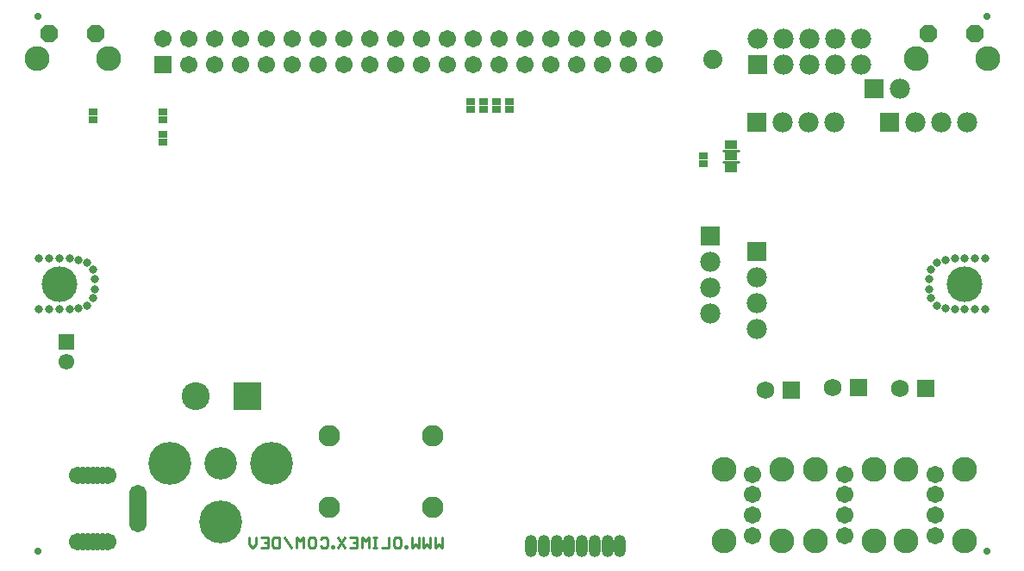
<source format=gbr>
G75*
G70*
%OFA0B0*%
%FSLAX24Y24*%
%IPPOS*%
%LPD*%
%AMOC8*
5,1,8,0,0,1.08239X$1,22.5*
%
%ADD10C,0.0100*%
%ADD11C,0.0671*%
%ADD12C,0.0740*%
%ADD13R,0.0780X0.0780*%
%ADD14C,0.0780*%
%ADD15R,0.0380X0.0280*%
%ADD16R,0.0611X0.0611*%
%ADD17C,0.0611*%
%ADD18C,0.1661*%
%ADD19C,0.1261*%
%ADD20R,0.0671X0.0671*%
%ADD21C,0.1080*%
%ADD22R,0.1080X0.1080*%
%ADD23C,0.0828*%
%ADD24OC8,0.0680*%
%ADD25C,0.0965*%
%ADD26O,0.0470X0.0860*%
%ADD27C,0.1379*%
%ADD28C,0.0316*%
%ADD29C,0.0277*%
%ADD30R,0.0680X0.0680*%
%ADD31C,0.0680*%
%ADD32C,0.0966*%
%ADD33R,0.0480X0.0380*%
D10*
X011183Y004836D02*
X011317Y004702D01*
X011450Y004836D01*
X011450Y005103D01*
X011644Y005103D02*
X011911Y005103D01*
X011911Y004702D01*
X011644Y004702D01*
X011777Y004903D02*
X011911Y004903D01*
X012104Y004769D02*
X012104Y005036D01*
X012171Y005103D01*
X012371Y005103D01*
X012371Y004702D01*
X012171Y004702D01*
X012104Y004769D01*
X012564Y005103D02*
X012831Y004702D01*
X013025Y004702D02*
X013025Y005103D01*
X013158Y004969D01*
X013292Y005103D01*
X013292Y004702D01*
X013485Y004769D02*
X013552Y004702D01*
X013685Y004702D01*
X013752Y004769D01*
X013752Y005036D01*
X013685Y005103D01*
X013552Y005103D01*
X013485Y005036D01*
X013485Y004769D01*
X013945Y004769D02*
X014012Y004702D01*
X014146Y004702D01*
X014212Y004769D01*
X014212Y005036D01*
X014146Y005103D01*
X014012Y005103D01*
X013945Y005036D01*
X014376Y004769D02*
X014376Y004702D01*
X014442Y004702D01*
X014442Y004769D01*
X014376Y004769D01*
X014636Y004702D02*
X014903Y005103D01*
X015096Y005103D02*
X015363Y005103D01*
X015363Y004702D01*
X015096Y004702D01*
X014903Y004702D02*
X014636Y005103D01*
X015230Y004903D02*
X015363Y004903D01*
X015557Y005103D02*
X015690Y004969D01*
X015824Y005103D01*
X015824Y004702D01*
X015997Y004702D02*
X016130Y004702D01*
X016064Y004702D02*
X016064Y005103D01*
X016130Y005103D02*
X015997Y005103D01*
X015557Y005103D02*
X015557Y004702D01*
X016324Y004702D02*
X016591Y004702D01*
X016591Y005103D01*
X016784Y005036D02*
X016851Y005103D01*
X016984Y005103D01*
X017051Y005036D01*
X017051Y004769D01*
X016984Y004702D01*
X016851Y004702D01*
X016784Y004769D01*
X016784Y005036D01*
X017215Y004769D02*
X017215Y004702D01*
X017281Y004702D01*
X017281Y004769D01*
X017215Y004769D01*
X017475Y004702D02*
X017475Y005103D01*
X017742Y005103D02*
X017742Y004702D01*
X017608Y004836D01*
X017475Y004702D01*
X017935Y004702D02*
X018069Y004836D01*
X018202Y004702D01*
X018202Y005103D01*
X018395Y005103D02*
X018395Y004702D01*
X018529Y004836D01*
X018662Y004702D01*
X018662Y005103D01*
X017935Y005103D02*
X017935Y004702D01*
X011183Y004836D02*
X011183Y005103D01*
X029512Y019627D02*
X030112Y019627D01*
X030112Y020077D02*
X029512Y020077D01*
D11*
X026862Y023402D03*
X025862Y023402D03*
X024862Y023402D03*
X023862Y023402D03*
X022862Y023402D03*
X021862Y023402D03*
X020862Y023402D03*
X019862Y023402D03*
X018862Y023402D03*
X017862Y023402D03*
X016862Y023402D03*
X015862Y023402D03*
X014862Y023402D03*
X013862Y023402D03*
X012862Y023402D03*
X011862Y023402D03*
X010862Y023402D03*
X009862Y023402D03*
X008862Y023402D03*
X008862Y024402D03*
X007862Y024402D03*
X009862Y024402D03*
X010862Y024402D03*
X011862Y024402D03*
X012862Y024402D03*
X013862Y024402D03*
X014862Y024402D03*
X015862Y024402D03*
X016862Y024402D03*
X017862Y024402D03*
X018862Y024402D03*
X019862Y024402D03*
X020862Y024402D03*
X021862Y024402D03*
X022862Y024402D03*
X023862Y024402D03*
X024862Y024402D03*
X025862Y024402D03*
X026862Y024402D03*
X030671Y007534D03*
X030671Y006747D03*
X030671Y005960D03*
X030671Y005172D03*
X034221Y005172D03*
X034221Y005960D03*
X034221Y006747D03*
X034221Y007534D03*
X037721Y007534D03*
X037721Y006747D03*
X037721Y005960D03*
X037721Y005172D03*
X006894Y005613D03*
X006894Y005810D03*
X006894Y006006D03*
X006894Y006203D03*
X006894Y006400D03*
X006894Y006597D03*
X006894Y006794D03*
X005733Y007502D03*
X005536Y007502D03*
X005339Y007502D03*
X005142Y007502D03*
X004945Y007502D03*
X004749Y007502D03*
X004552Y007502D03*
X004552Y004943D03*
X004749Y004943D03*
X004945Y004943D03*
X005142Y004943D03*
X005339Y004943D03*
X005536Y004943D03*
X005733Y004943D03*
D12*
X029112Y023602D03*
D13*
X030862Y023402D03*
X030812Y021152D03*
X035362Y022452D03*
X035962Y021152D03*
X029012Y016752D03*
X030812Y016152D03*
D14*
X030812Y015152D03*
X030812Y014152D03*
X030812Y013152D03*
X029012Y013752D03*
X029012Y014752D03*
X029012Y015752D03*
X031812Y021152D03*
X032812Y021152D03*
X033812Y021152D03*
X036362Y022452D03*
X036962Y021152D03*
X037962Y021152D03*
X038962Y021152D03*
X034862Y023402D03*
X033862Y023402D03*
X032862Y023402D03*
X031862Y023402D03*
X031862Y024402D03*
X032862Y024402D03*
X033862Y024402D03*
X034862Y024402D03*
X030862Y024402D03*
D15*
X028762Y019852D03*
X028762Y019552D03*
X021262Y021652D03*
X021262Y021952D03*
X020762Y021952D03*
X020762Y021652D03*
X020262Y021652D03*
X020262Y021952D03*
X019762Y021952D03*
X019762Y021652D03*
X007862Y021552D03*
X007862Y021252D03*
X007862Y020702D03*
X007862Y020402D03*
X005162Y021252D03*
X005162Y021552D03*
D16*
X004112Y012666D03*
D17*
X004112Y011879D03*
D18*
X008128Y007968D03*
X010096Y005704D03*
X012065Y007968D03*
D19*
X010096Y007968D03*
D20*
X007862Y023402D03*
D21*
X009112Y010552D03*
D22*
X011112Y010552D03*
D23*
X014281Y009021D03*
X014281Y006265D03*
X018281Y006265D03*
X018281Y009021D03*
D24*
X005252Y024592D03*
X003472Y024592D03*
X037472Y024592D03*
X039252Y024592D03*
D25*
X039742Y023612D03*
X036982Y023612D03*
X005742Y023612D03*
X002982Y023612D03*
D26*
X022090Y004752D03*
X022582Y004752D03*
X023074Y004752D03*
X023566Y004752D03*
X024058Y004752D03*
X024551Y004752D03*
X025043Y004752D03*
X025535Y004752D03*
D27*
X038862Y014902D03*
X003862Y014902D03*
D28*
X003847Y015885D03*
X004240Y015885D03*
X004595Y015845D03*
X004910Y015727D03*
X005146Y015452D03*
X005225Y015097D03*
X005225Y014704D03*
X005146Y014349D03*
X004910Y014074D03*
X004595Y013956D03*
X004240Y013916D03*
X003847Y013916D03*
X003453Y013916D03*
X003059Y013916D03*
X003059Y015885D03*
X003453Y015885D03*
X037488Y015097D03*
X037567Y015452D03*
X037803Y015727D03*
X038118Y015845D03*
X038473Y015885D03*
X038866Y015885D03*
X039260Y015885D03*
X039654Y015885D03*
X037488Y014704D03*
X037567Y014349D03*
X037803Y014074D03*
X038118Y013956D03*
X038473Y013916D03*
X038866Y013916D03*
X039260Y013916D03*
X039654Y013916D03*
D29*
X003012Y004552D03*
X003012Y025252D03*
X039712Y025252D03*
X039712Y004552D03*
D30*
X037362Y010852D03*
X034762Y010902D03*
X032162Y010802D03*
D31*
X031162Y010802D03*
X033762Y010902D03*
X036362Y010852D03*
D32*
X036599Y007731D03*
X035343Y007731D03*
X033099Y007731D03*
X031793Y007731D03*
X029549Y007731D03*
X029549Y004975D03*
X031793Y004975D03*
X033099Y004975D03*
X035343Y004975D03*
X036599Y004975D03*
X038843Y004975D03*
X038843Y007731D03*
D33*
X029812Y019402D03*
X029812Y019852D03*
X029812Y020302D03*
M02*

</source>
